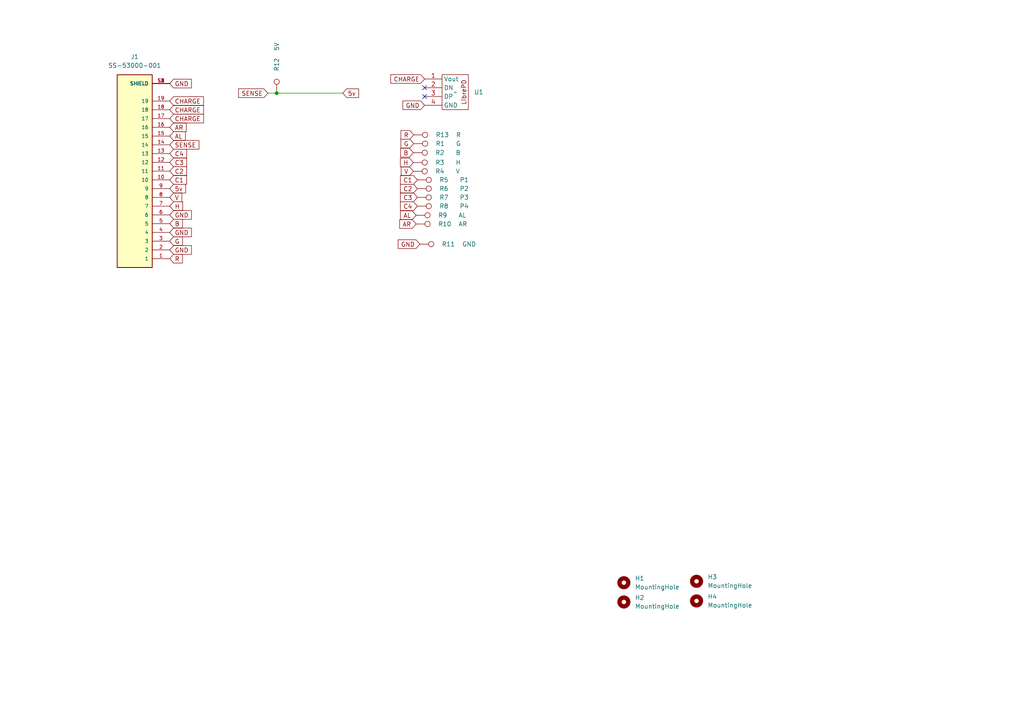
<source format=kicad_sch>
(kicad_sch (version 20230121) (generator eeschema)
  (paper "A4")
  (lib_symbols
    (symbol "Connector:TestPoint" (pin_numbers hide) (pin_names (offset 0.762) hide)
      (property "Reference" "TP" (at 0 6.858 0))
      (property "Value" "TestPoint" (at 0 5.08 0))
      (symbol "TestPoint_0_1"
        (circle (center 0 3.302) (radius 0.762))
      )
      (symbol "TestPoint_1_1"
        (pin passive line (at 0 0 90) (length 2.54) (name "1") (number "1"))
      )
    )
    (symbol "Mechanical:MountingHole" (pin_names (offset 1.016))
      (property "Reference" "H" (at 0 5.08 0))
      (property "Value" "MountingHole" (at 0 3.175 0))
      (symbol "MountingHole_0_1"
        (circle (center 0 0) (radius 1.27) (stroke (width 1.27)))
      )
    )
    (symbol "SS-53000-001:SS-53000-001" (pin_names (offset 1.016))
      (property "Reference" "J" (at -5.08 29.21 0))
      (property "Value" "SS-53000-001" (at -5.08 -30.48 0))
      (symbol "SS-53000-001_0_0"
        (rectangle (start -5.08 -27.94) (end 5.08 27.94) (stroke (width 0.254)) (fill (type background)))
        (pin passive line (at -10.16 25.4 0) (length 5.08) (name "1") (number "1"))
        (pin passive line (at -10.16 2.54 0) (length 5.08) (name "10") (number "10"))
        (pin passive line (at -10.16 0 0) (length 5.08) (name "11") (number "11"))
        (pin passive line (at -10.16 -2.54 0) (length 5.08) (name "12") (number "12"))
        (pin passive line (at -10.16 -5.08 0) (length 5.08) (name "13") (number "13"))
        (pin passive line (at -10.16 -7.62 0) (length 5.08) (name "14") (number "14"))
        (pin passive line (at -10.16 -10.16 0) (length 5.08) (name "15") (number "15"))
        (pin passive line (at -10.16 -12.7 0) (length 5.08) (name "16") (number "16"))
        (pin passive line (at -10.16 -15.24 0) (length 5.08) (name "17") (number "17"))
        (pin passive line (at -10.16 -17.78 0) (length 5.08) (name "18") (number "18"))
        (pin passive line (at -10.16 -20.32 0) (length 5.08) (name "19") (number "19"))
        (pin passive line (at -10.16 22.86 0) (length 5.08) (name "2") (number "2"))
        (pin passive line (at -10.16 20.32 0) (length 5.08) (name "3") (number "3"))
        (pin passive line (at -10.16 17.78 0) (length 5.08) (name "4") (number "4"))
        (pin passive line (at -10.16 15.24 0) (length 5.08) (name "5") (number "5"))
        (pin passive line (at -10.16 12.7 0) (length 5.08) (name "6") (number "6"))
        (pin passive line (at -10.16 10.16 0) (length 5.08) (name "7") (number "7"))
        (pin passive line (at -10.16 7.62 0) (length 5.08) (name "8") (number "8"))
        (pin passive line (at -10.16 5.08 0) (length 5.08) (name "9") (number "9"))
        (pin passive line (at -10.16 -25.4 0) (length 5.08) (name "SHIELD") (number "S1"))
        (pin passive line (at -10.16 -25.4 0) (length 5.08) (name "SHIELD") (number "S2"))
        (pin passive line (at -10.16 -25.4 0) (length 5.08) (name "SHIELD") (number "S3"))
        (pin passive line (at -10.16 -25.4 0) (length 5.08) (name "SHIELD") (number "S4"))
      )
    )
    (symbol "nold_custom:LibrePD"
      (property "Reference" "U" (at -3.81 6.35 0))
      (symbol "LibrePD_0_1"
        (rectangle (start -3.81 5.08) (end 3.81 -5.08))
      )
      (symbol "LibrePD_1_1"
        (text "LibrePD" (at 2.54 0 900) (effects (font (size 1.27 1.27))))
        (pin output line (at -8.89 3.81 0) (length 5.08) (name "Vout") (number "1"))
        (pin bidirectional line (at -8.89 1.27 0) (length 5.08) (name "DN") (number "2"))
        (pin bidirectional line (at -8.89 -1.27 0) (length 5.08) (name "DP") (number "3"))
        (pin input line (at -8.89 -3.81 0) (length 5.08) (name "GND") (number "4"))
      )
    )
  )
  (junction (at 80.2503 27.0256))
  (no_connect (at 123.1392 27.9908))
  (no_connect (at 123.1392 25.4508))
  (wire (pts (xy 80.2503 27.0256) (xy 99.4156 27.0256)))
  (wire (pts (xy 77.6732 27.0256) (xy 80.2503 27.0256)))
  (global_label "H" (shape input) (at 119.888 47.1424 180) (property "Intersheetrefs" "${INTERSHEET_REFS}" (effects hide)))
  (global_label "CHARGE" (shape input) (at 49.2252 29.3116 0) (property "Intersheetrefs" "${INTERSHEET_REFS}" (effects hide)))
  (global_label "GND" (shape input) (at 121.7676 70.8152 180) (property "Intersheetrefs" "${INTERSHEET_REFS}" (effects hide)))
  (global_label "C2" (shape input) (at 49.2252 49.6316 0) (property "Intersheetrefs" "${INTERSHEET_REFS}" (effects hide)))
  (global_label "C4" (shape input) (at 49.2252 44.5516 0) (property "Intersheetrefs" "${INTERSHEET_REFS}" (effects hide)))
  (global_label "R" (shape input) (at 49.2252 75.0316 0) (property "Intersheetrefs" "${INTERSHEET_REFS}" (effects hide)))
  (global_label "C4" (shape input) (at 121.0564 59.7916 180) (property "Intersheetrefs" "${INTERSHEET_REFS}" (effects hide)))
  (global_label "GND" (shape input) (at 49.2252 72.4916 0) (property "Intersheetrefs" "${INTERSHEET_REFS}" (effects hide)))
  (global_label "GND" (shape input) (at 49.2252 62.3316 0) (property "Intersheetrefs" "${INTERSHEET_REFS}" (effects hide)))
  (global_label "AL" (shape input) (at 49.2252 39.4716 0) (property "Intersheetrefs" "${INTERSHEET_REFS}" (effects hide)))
  (global_label "5v" (shape input) (at 99.4156 27.0256 0) (property "Intersheetrefs" "${INTERSHEET_REFS}" (effects hide)))
  (global_label "GND" (shape input) (at 49.2252 67.4116 0) (property "Intersheetrefs" "${INTERSHEET_REFS}" (effects hide)))
  (global_label "AR" (shape input) (at 120.7008 64.9732 180) (property "Intersheetrefs" "${INTERSHEET_REFS}" (effects hide)))
  (global_label "CHARGE" (shape input) (at 49.2252 31.8516 0) (property "Intersheetrefs" "${INTERSHEET_REFS}" (effects hide)))
  (global_label "AL" (shape input) (at 120.7008 62.4332 180) (property "Intersheetrefs" "${INTERSHEET_REFS}" (effects hide)))
  (global_label "R" (shape input) (at 119.9896 39.116 180) (property "Intersheetrefs" "${INTERSHEET_REFS}" (effects hide)))
  (global_label "CHARGE" (shape input) (at 123.1392 22.9108 180) (property "Intersheetrefs" "${INTERSHEET_REFS}" (effects hide)))
  (global_label "C2" (shape input) (at 121.0564 54.7116 180) (property "Intersheetrefs" "${INTERSHEET_REFS}" (effects hide)))
  (global_label "CHARGE" (shape input) (at 49.2252 34.3916 0) (property "Intersheetrefs" "${INTERSHEET_REFS}" (effects hide)))
  (global_label "H" (shape input) (at 49.2252 59.7916 0) (property "Intersheetrefs" "${INTERSHEET_REFS}" (effects hide)))
  (global_label "GND" (shape input) (at 49.2252 24.2316 0) (property "Intersheetrefs" "${INTERSHEET_REFS}" (effects hide)))
  (global_label "C3" (shape input) (at 121.0564 57.2516 180) (property "Intersheetrefs" "${INTERSHEET_REFS}" (effects hide)))
  (global_label "G" (shape input) (at 119.9896 41.656 180) (property "Intersheetrefs" "${INTERSHEET_REFS}" (effects hide)))
  (global_label "AR" (shape input) (at 49.2252 36.9316 0) (property "Intersheetrefs" "${INTERSHEET_REFS}" (effects hide)))
  (global_label "C1" (shape input) (at 121.0564 52.1716 180) (property "Intersheetrefs" "${INTERSHEET_REFS}" (effects hide)))
  (global_label "C1" (shape input) (at 49.2252 52.1716 0) (property "Intersheetrefs" "${INTERSHEET_REFS}" (effects hide)))
  (global_label "B" (shape input) (at 119.888 44.2976 180) (property "Intersheetrefs" "${INTERSHEET_REFS}" (effects hide)))
  (global_label "G" (shape input) (at 49.2252 69.9516 0) (property "Intersheetrefs" "${INTERSHEET_REFS}" (effects hide)))
  (global_label "C3" (shape input) (at 49.2252 47.0916 0) (property "Intersheetrefs" "${INTERSHEET_REFS}" (effects hide)))
  (global_label "V" (shape input) (at 49.2252 57.2516 0) (property "Intersheetrefs" "${INTERSHEET_REFS}" (effects hide)))
  (global_label "V" (shape input) (at 119.888 49.6824 180) (property "Intersheetrefs" "${INTERSHEET_REFS}" (effects hide)))
  (global_label "SENSE" (shape input) (at 49.2252 42.0116 0) (property "Intersheetrefs" "${INTERSHEET_REFS}" (effects hide)))
  (global_label "B" (shape input) (at 49.2252 64.8716 0) (property "Intersheetrefs" "${INTERSHEET_REFS}" (effects hide)))
  (global_label "5v" (shape input) (at 49.2252 54.7116 0) (property "Intersheetrefs" "${INTERSHEET_REFS}" (effects hide)))
  (global_label "GND" (shape input) (at 123.1392 30.5308 180) (property "Intersheetrefs" "${INTERSHEET_REFS}" (effects hide)))
  (global_label "SENSE" (shape input) (at 77.6732 27.0256 180) (property "Intersheetrefs" "${INTERSHEET_REFS}" (effects hide)))
  (symbol (lib_id "Connector:TestPoint") (at 119.9896 41.656 270) (unit 1)
    (property "Reference" "R1" (at 126.3396 41.656 90) (effects (justify left)))
    (property "Value" "G" (at 132.2324 41.656 90) (effects (justify left)))
    (property "Footprint" "nold-customs:CasPowerPad 2x1" (effects hide))
  )
  (symbol (lib_id "Connector:TestPoint") (at 119.888 49.6824 270) (unit 1)
    (property "Reference" "R4" (at 126.238 49.6824 90) (effects (justify left)))
    (property "Value" "V" (at 132.1308 49.6824 90) (effects (justify left)))
    (property "Footprint" "nold-customs:CasPowerPad 2x1" (effects hide))
  )
  (symbol (lib_id "Mechanical:MountingHole") (at 180.9496 169.0116 0) (unit 1)
    (property "Reference" "H1" (at 184.15 167.7416 0) (effects (justify left)))
    (property "Value" "MountingHole" (at 184.15 170.2816 0) (effects (justify left)))
    (property "Footprint" "MountingHole:MountingHole_2.2mm_M2" (effects hide))
  )
  (symbol (lib_id "Mechanical:MountingHole") (at 202.0316 168.6052 0) (unit 1)
    (property "Reference" "H3" (at 205.232 167.3352 0) (effects (justify left)))
    (property "Value" "MountingHole" (at 205.232 169.8752 0) (effects (justify left)))
    (property "Footprint" "MountingHole:MountingHole_2.2mm_M2" (effects hide))
  )
  (symbol (lib_id "Connector:TestPoint") (at 121.0564 59.7916 270) (unit 1)
    (property "Reference" "R8" (at 127.4064 59.7916 90) (effects (justify left)))
    (property "Value" "P4" (at 133.2992 59.7916 90) (effects (justify left)))
    (property "Footprint" "nold-customs:CasPowerPad 2x1" (effects hide))
  )
  (symbol (lib_id "Connector:TestPoint") (at 119.888 47.1424 270) (unit 1)
    (property "Reference" "R3" (at 126.238 47.1424 90) (effects (justify left)))
    (property "Value" "H" (at 132.1308 47.1424 90) (effects (justify left)))
    (property "Footprint" "nold-customs:CasPowerPad 2x1" (effects hide))
  )
  (symbol (lib_id "Mechanical:MountingHole") (at 180.9496 174.5996 0) (unit 1)
    (property "Reference" "H2" (at 184.15 173.3296 0) (effects (justify left)))
    (property "Value" "MountingHole" (at 184.15 175.8696 0) (effects (justify left)))
    (property "Footprint" "MountingHole:MountingHole_2.2mm_M2" (effects hide))
  )
  (symbol (lib_id "nold_custom:LibrePD") (at 132.0292 26.7208 0) (unit 1)
    (property "Reference" "U1" (at 137.4648 26.7208 0) (effects (justify left)))
    (property "Value" "~" (at 132.0292 26.7208 0))
    (property "Footprint" "nold-customs:CasPowerPad 2x2" (effects hide))
  )
  (symbol (lib_id "Connector:TestPoint") (at 121.0564 54.7116 270) (unit 1)
    (property "Reference" "R6" (at 127.4064 54.7116 90) (effects (justify left)))
    (property "Value" "P2" (at 133.2992 54.7116 90) (effects (justify left)))
    (property "Footprint" "nold-customs:CasPowerPad 2x1" (effects hide))
  )
  (symbol (lib_id "Connector:TestPoint") (at 80.2503 27.0256 0) (unit 1)
    (property "Reference" "R12" (at 80.2503 20.6756 90) (effects (justify left)))
    (property "Value" "5V" (at 80.2503 14.7828 90) (effects (justify left)))
    (property "Footprint" "nold-customs:CasPowerPad 2x1" (effects hide))
  )
  (symbol (lib_id "Connector:TestPoint") (at 120.7008 62.4332 270) (unit 1)
    (property "Reference" "R9" (at 127.0508 62.4332 90) (effects (justify left)))
    (property "Value" "AL" (at 132.9436 62.4332 90) (effects (justify left)))
    (property "Footprint" "nold-customs:CasPowerPad 2x1" (effects hide))
  )
  (symbol (lib_id "Mechanical:MountingHole") (at 202.0316 174.2948 0) (unit 1)
    (property "Reference" "H4" (at 205.232 173.0248 0) (effects (justify left)))
    (property "Value" "MountingHole" (at 205.232 175.5648 0) (effects (justify left)))
    (property "Footprint" "MountingHole:MountingHole_2.2mm_M2" (effects hide))
  )
  (symbol (lib_id "Connector:TestPoint") (at 121.7676 70.8152 270) (unit 1)
    (property "Reference" "R11" (at 128.1176 70.8152 90) (effects (justify left)))
    (property "Value" "GND" (at 134.0104 70.8152 90) (effects (justify left)))
    (property "Footprint" "nold-customs:CasPowerPad 2x1" (effects hide))
  )
  (symbol (lib_id "Connector:TestPoint") (at 119.888 44.2976 270) (unit 1)
    (property "Reference" "R2" (at 126.238 44.2976 90) (effects (justify left)))
    (property "Value" "B" (at 132.1308 44.2976 90) (effects (justify left)))
    (property "Footprint" "nold-customs:CasPowerPad 2x1" (effects hide))
  )
  (symbol (lib_id "Connector:TestPoint") (at 121.0564 57.2516 270) (unit 1)
    (property "Reference" "R7" (at 127.4064 57.2516 90) (effects (justify left)))
    (property "Value" "P3" (at 133.2992 57.2516 90) (effects (justify left)))
    (property "Footprint" "nold-customs:CasPowerPad 2x1" (effects hide))
  )
  (symbol (lib_id "Connector:TestPoint") (at 121.0564 52.1716 270) (unit 1)
    (property "Reference" "R5" (at 127.4064 52.1716 90) (effects (justify left)))
    (property "Value" "P1" (at 133.2992 52.1716 90) (effects (justify left)))
    (property "Footprint" "nold-customs:CasPowerPad 2x1" (effects hide))
  )
  (symbol (lib_id "Connector:TestPoint") (at 120.7008 64.9732 270) (unit 1)
    (property "Reference" "R10" (at 127.0508 64.9732 90) (effects (justify left)))
    (property "Value" "AR" (at 132.9436 64.9732 90) (effects (justify left)))
    (property "Footprint" "nold-customs:CasPowerPad 2x1" (effects hide))
  )
  (symbol (lib_id "Connector:TestPoint") (at 119.9896 39.116 270) (unit 1)
    (property "Reference" "R13" (at 126.3396 39.116 90) (effects (justify left)))
    (property "Value" "R" (at 132.2324 39.116 90) (effects (justify left)))
    (property "Footprint" "nold-customs:CasPowerPad 2x1" (effects hide))
  )
  (symbol (lib_id "SS-53000-001:SS-53000-001") (at 39.0652 49.6316 180) (unit 1)
    (property "Reference" "J1" (at 39.0652 16.4592 0))
    (property "Value" "SS-53000-001" (at 39.0652 18.9992 0))
    (property "Footprint" "nold-customs:HDMI Male Type-A Elecbee" (effects hide))
    (property "MF" "Stewart Connector" (effects hide))
    (property "MAXIMUM_PACKAGE_HEIGHT" "6.18 mm" (effects hide))
    (property "Package" "None" (effects hide))
    (property "Price" "None" (effects hide))
    (property "Check_prices" "https://www.snapeda.com/parts/SS-53000-001/Stewart+Connector/view-part/?ref=eda" (effects hide))
    (property "STANDARD" "Manufacturer Recommendations" (effects hide))
    (property "PARTREV" "A0" (effects hide))
    (property "SnapEDA_Link" "https://www.snapeda.com/parts/SS-53000-001/Stewart+Connector/view-part/?ref=snap" (effects hide))
    (property "MP" "SS-53000-001" (effects hide))
    (property "Purchase-URL" "https://www.snapeda.com/api/url_track_click_mouser/?unipart_id=4628816&manufacturer=Stewart Connector&part_name=SS-53000-001&search_term=hdmi connector" (effects hide))
    (property "Description" "\nHDMI Connector | Right Angle | Without Flange | -20C to 85C\n" (effects hide))
    (property "Availability" "In Stock" (effects hide))
    (property "MANUFACTURER" "BelFuse" (effects hide))
  )
)
</source>
